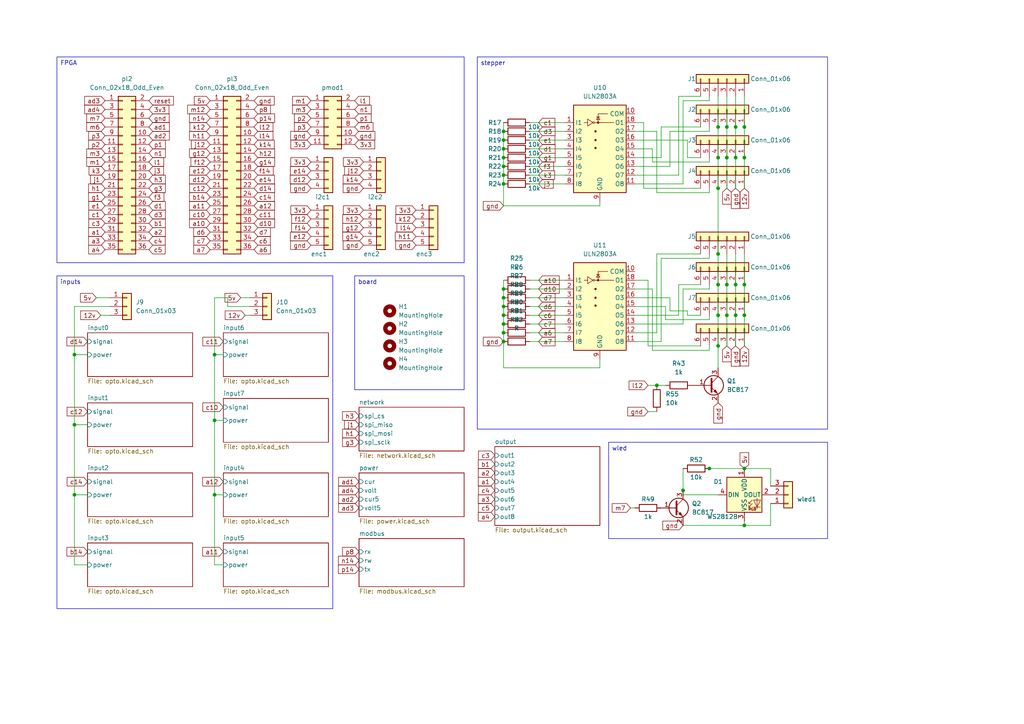
<source format=kicad_sch>
(kicad_sch (version 20230121) (generator eeschema)
  (paper "A4")
  (title_block (title "RIO-Octobot") (date "2024-06-27") (rev "0.1"))
  (junction (at 210.82 36.83))
  (junction (at 146.05 50.8))
  (junction (at 215.9 135.89))
  (junction (at 62.23 102.87))
  (junction (at 198.12 142.24))
  (junction (at 215.9 152.4))
  (junction (at 190.5 111.76))
  (junction (at 62.23 143.51))
  (junction (at 213.36 91.44))
  (junction (at 215.9 36.83))
  (junction (at 146.05 88.9))
  (junction (at 146.05 45.72))
  (junction (at 21.59 102.87))
  (junction (at 146.05 53.34))
  (junction (at 146.05 99.06))
  (junction (at 21.59 123.19))
  (junction (at 208.28 73.66))
  (junction (at 208.28 100.33))
  (junction (at 146.05 96.52))
  (junction (at 208.28 36.83))
  (junction (at 146.05 43.18))
  (junction (at 213.36 82.55))
  (junction (at 205.74 135.89))
  (junction (at 213.36 36.83))
  (junction (at 146.05 86.36))
  (junction (at 215.9 91.44))
  (junction (at 146.05 48.26))
  (junction (at 215.9 82.55))
  (junction (at 208.28 91.44))
  (junction (at 146.05 91.44))
  (junction (at 62.23 121.92))
  (junction (at 213.36 45.72))
  (junction (at 146.05 83.82))
  (junction (at 146.05 93.98))
  (junction (at 208.28 54.61))
  (junction (at 210.82 82.55))
  (junction (at 210.82 91.44))
  (junction (at 208.28 82.55))
  (junction (at 146.05 40.64))
  (junction (at 146.05 38.1))
  (junction (at 208.28 45.72))
  (junction (at 21.59 143.51))
  (junction (at 215.9 45.72))
  (junction (at 210.82 45.72))
  (wire (pts (xy 199.39 40.64) (xy 184.15 40.64)))
  (wire (pts (xy 72.39 91.44) (xy 71.12 91.44)))
  (wire (pts (xy 186.69 54.61) (xy 186.69 35.56)))
  (wire (pts (xy 198.12 93.98) (xy 198.12 83.82)))
  (wire (pts (xy 215.9 152.4) (xy 215.9 151.13)))
  (wire (pts (xy 146.05 86.36) (xy 146.05 88.9)))
  (wire (pts (xy 153.67 35.56) (xy 163.83 35.56)))
  (wire (pts (xy 62.23 143.51) (xy 64.77 143.51)))
  (wire (pts (xy 215.9 73.66) (xy 215.9 82.55)))
  (wire (pts (xy 191.77 99.06) (xy 191.77 74.93)))
  (wire (pts (xy 153.67 88.9) (xy 163.83 88.9)))
  (wire (pts (xy 194.31 86.36) (xy 194.31 90.17)))
  (wire (pts (xy 21.59 123.19) (xy 25.4 123.19)))
  (wire (pts (xy 187.96 119.38) (xy 190.5 119.38)))
  (wire (pts (xy 21.59 143.51) (xy 25.4 143.51)))
  (wire (pts (xy 146.05 91.44) (xy 146.05 93.98)))
  (wire (pts (xy 146.05 59.69) (xy 173.99 59.69)))
  (wire (pts (xy 205.74 101.6) (xy 205.74 100.33)))
  (wire (pts (xy 205.74 83.82) (xy 205.74 82.55)))
  (wire (pts (xy 189.23 43.18) (xy 189.23 46.99)))
  (wire (pts (xy 205.74 27.94) (xy 205.74 29.21)))
  (wire (pts (xy 203.2 100.33) (xy 187.96 100.33)))
  (wire (pts (xy 199.39 45.72) (xy 199.39 40.64)))
  (wire (pts (xy 215.9 27.94) (xy 215.9 36.83)))
  (wire (pts (xy 198.12 29.21) (xy 205.74 29.21)))
  (wire (pts (xy 205.74 46.99) (xy 205.74 45.72)))
  (wire (pts (xy 189.23 83.82) (xy 189.23 101.6)))
  (wire (pts (xy 190.5 38.1) (xy 190.5 55.88)))
  (wire (pts (xy 190.5 73.66) (xy 190.5 96.52)))
  (wire (pts (xy 213.36 91.44) (xy 213.36 100.33)))
  (wire (pts (xy 208.28 73.66) (xy 208.28 82.55)))
  (wire (pts (xy 146.05 93.98) (xy 146.05 96.52)))
  (wire (pts (xy 146.05 96.52) (xy 146.05 99.06)))
  (wire (pts (xy 213.36 36.83) (xy 213.36 45.72)))
  (wire (pts (xy 21.59 102.87) (xy 21.59 123.19)))
  (wire (pts (xy 153.67 96.52) (xy 163.83 96.52)))
  (wire (pts (xy 215.9 135.89) (xy 223.52 135.89)))
  (wire (pts (xy 62.23 163.83) (xy 64.77 163.83)))
  (wire (pts (xy 223.52 146.05) (xy 223.52 152.4)))
  (wire (pts (xy 190.5 96.52) (xy 184.15 96.52)))
  (wire (pts (xy 146.05 38.1) (xy 146.05 40.64)))
  (wire (pts (xy 210.82 73.66) (xy 210.82 82.55)))
  (wire (pts (xy 205.74 73.66) (xy 205.74 74.93)))
  (wire (pts (xy 21.59 143.51) (xy 21.59 163.83)))
  (wire (pts (xy 31.75 88.9) (xy 21.59 88.9)))
  (wire (pts (xy 184.15 88.9) (xy 193.04 88.9)))
  (wire (pts (xy 66.04 88.9) (xy 72.39 88.9)))
  (wire (pts (xy 184.15 91.44) (xy 196.85 91.44)))
  (wire (pts (xy 196.85 82.55) (xy 203.2 82.55)))
  (wire (pts (xy 210.82 82.55) (xy 210.82 91.44)))
  (wire (pts (xy 62.23 143.51) (xy 62.23 163.83)))
  (wire (pts (xy 208.28 27.94) (xy 208.28 36.83)))
  (wire (pts (xy 198.12 83.82) (xy 205.74 83.82)))
  (wire (pts (xy 198.12 143.51) (xy 198.12 142.24)))
  (wire (pts (xy 153.67 93.98) (xy 163.83 93.98)))
  (wire (pts (xy 184.15 147.32) (xy 182.88 147.32)))
  (wire (pts (xy 146.05 99.06) (xy 146.05 106.68)))
  (wire (pts (xy 153.67 53.34) (xy 163.83 53.34)))
  (wire (pts (xy 153.67 91.44) (xy 163.83 91.44)))
  (wire (pts (xy 153.67 43.18) (xy 163.83 43.18)))
  (wire (pts (xy 146.05 106.68) (xy 173.99 106.68)))
  (wire (pts (xy 62.23 102.87) (xy 64.77 102.87)))
  (wire (pts (xy 196.85 50.8) (xy 196.85 27.94)))
  (wire (pts (xy 203.2 45.72) (xy 199.39 45.72)))
  (wire (pts (xy 215.9 36.83) (xy 215.9 45.72)))
  (wire (pts (xy 186.69 35.56) (xy 184.15 35.56)))
  (wire (pts (xy 204.47 135.89) (xy 205.74 135.89)))
  (wire (pts (xy 62.23 86.36) (xy 66.04 86.36)))
  (wire (pts (xy 146.05 43.18) (xy 146.05 45.72)))
  (wire (pts (xy 146.05 48.26) (xy 146.05 50.8)))
  (wire (pts (xy 153.67 81.28) (xy 163.83 81.28)))
  (wire (pts (xy 208.28 143.51) (xy 198.12 143.51)))
  (wire (pts (xy 208.28 54.61) (xy 208.28 73.66)))
  (wire (pts (xy 191.77 147.32) (xy 190.5 147.32)))
  (wire (pts (xy 184.15 48.26) (xy 194.31 48.26)))
  (wire (pts (xy 146.05 35.56) (xy 146.05 38.1)))
  (wire (pts (xy 203.2 54.61) (xy 186.69 54.61)))
  (wire (pts (xy 208.28 91.44) (xy 208.28 100.33)))
  (wire (pts (xy 21.59 88.9) (xy 21.59 102.87)))
  (wire (pts (xy 223.52 135.89) (xy 223.52 140.97)))
  (wire (pts (xy 205.74 135.89) (xy 215.9 135.89)))
  (wire (pts (xy 205.74 38.1) (xy 205.74 36.83)))
  (wire (pts (xy 187.96 100.33) (xy 187.96 81.28)))
  (wire (pts (xy 189.23 101.6) (xy 205.74 101.6)))
  (wire (pts (xy 184.15 38.1) (xy 190.5 38.1)))
  (wire (pts (xy 213.36 82.55) (xy 213.36 91.44)))
  (wire (pts (xy 198.12 152.4) (xy 215.9 152.4)))
  (wire (pts (xy 194.31 90.17) (xy 199.39 90.17)))
  (wire (pts (xy 213.36 45.72) (xy 213.36 54.61)))
  (wire (pts (xy 189.23 46.99) (xy 205.74 46.99)))
  (wire (pts (xy 215.9 45.72) (xy 215.9 54.61)))
  (wire (pts (xy 153.67 86.36) (xy 163.83 86.36)))
  (wire (pts (xy 66.04 86.36) (xy 66.04 88.9)))
  (wire (pts (xy 173.99 59.69) (xy 173.99 58.42)))
  (wire (pts (xy 198.12 53.34) (xy 198.12 29.21)))
  (wire (pts (xy 210.82 27.94) (xy 210.82 36.83)))
  (wire (pts (xy 205.74 55.88) (xy 205.74 54.61)))
  (wire (pts (xy 208.28 82.55) (xy 208.28 91.44)))
  (wire (pts (xy 208.28 36.83) (xy 208.28 45.72)))
  (wire (pts (xy 208.28 45.72) (xy 208.28 54.61)))
  (wire (pts (xy 203.2 73.66) (xy 190.5 73.66)))
  (wire (pts (xy 196.85 27.94) (xy 203.2 27.94)))
  (wire (pts (xy 210.82 36.83) (xy 210.82 45.72)))
  (wire (pts (xy 193.04 88.9) (xy 193.04 92.71)))
  (wire (pts (xy 191.77 74.93) (xy 205.74 74.93)))
  (wire (pts (xy 194.31 38.1) (xy 205.74 38.1)))
  (wire (pts (xy 153.67 45.72) (xy 163.83 45.72)))
  (wire (pts (xy 215.9 82.55) (xy 215.9 91.44)))
  (wire (pts (xy 184.15 86.36) (xy 194.31 86.36)))
  (wire (pts (xy 31.75 91.44) (xy 29.21 91.44)))
  (wire (pts (xy 184.15 93.98) (xy 198.12 93.98)))
  (wire (pts (xy 184.15 45.72) (xy 191.77 45.72)))
  (wire (pts (xy 194.31 48.26) (xy 194.31 38.1)))
  (wire (pts (xy 153.67 38.1) (xy 163.83 38.1)))
  (wire (pts (xy 21.59 163.83) (xy 25.4 163.83)))
  (wire (pts (xy 184.15 83.82) (xy 189.23 83.82)))
  (wire (pts (xy 21.59 102.87) (xy 25.4 102.87)))
  (wire (pts (xy 184.15 43.18) (xy 189.23 43.18)))
  (wire (pts (xy 146.05 50.8) (xy 146.05 53.34)))
  (wire (pts (xy 146.05 83.82) (xy 146.05 86.36)))
  (wire (pts (xy 153.67 83.82) (xy 163.83 83.82)))
  (wire (pts (xy 62.23 121.92) (xy 62.23 143.51)))
  (wire (pts (xy 153.67 48.26) (xy 163.83 48.26)))
  (wire (pts (xy 146.05 88.9) (xy 146.05 91.44)))
  (wire (pts (xy 191.77 36.83) (xy 191.77 45.72)))
  (wire (pts (xy 62.23 86.36) (xy 62.23 102.87)))
  (wire (pts (xy 146.05 53.34) (xy 146.05 59.69)))
  (wire (pts (xy 210.82 45.72) (xy 210.82 54.61)))
  (wire (pts (xy 62.23 102.87) (xy 62.23 121.92)))
  (wire (pts (xy 153.67 99.06) (xy 163.83 99.06)))
  (wire (pts (xy 198.12 135.89) (xy 198.12 142.24)))
  (wire (pts (xy 213.36 27.94) (xy 213.36 36.83)))
  (wire (pts (xy 208.28 100.33) (xy 208.28 106.68)))
  (wire (pts (xy 62.23 121.92) (xy 64.77 121.92)))
  (wire (pts (xy 21.59 123.19) (xy 21.59 143.51)))
  (wire (pts (xy 196.85 91.44) (xy 196.85 82.55)))
  (wire (pts (xy 215.9 91.44) (xy 215.9 100.33)))
  (wire (pts (xy 153.67 50.8) (xy 163.83 50.8)))
  (wire (pts (xy 190.5 111.76) (xy 193.04 111.76)))
  (wire (pts (xy 146.05 81.28) (xy 146.05 83.82)))
  (wire (pts (xy 184.15 99.06) (xy 191.77 99.06)))
  (wire (pts (xy 199.39 91.44) (xy 203.2 91.44)))
  (wire (pts (xy 223.52 152.4) (xy 215.9 152.4)))
  (wire (pts (xy 146.05 45.72) (xy 146.05 48.26)))
  (wire (pts (xy 199.39 90.17) (xy 199.39 91.44)))
  (wire (pts (xy 205.74 92.71) (xy 205.74 91.44)))
  (wire (pts (xy 190.5 55.88) (xy 205.74 55.88)))
  (wire (pts (xy 173.99 106.68) (xy 173.99 104.14)))
  (wire (pts (xy 31.75 86.36) (xy 27.94 86.36)))
  (wire (pts (xy 193.04 92.71) (xy 205.74 92.71)))
  (wire (pts (xy 187.96 111.76) (xy 190.5 111.76)))
  (wire (pts (xy 146.05 40.64) (xy 146.05 43.18)))
  (wire (pts (xy 72.39 86.36) (xy 69.85 86.36)))
  (wire (pts (xy 210.82 91.44) (xy 210.82 100.33)))
  (wire (pts (xy 203.2 36.83) (xy 191.77 36.83)))
  (wire (pts (xy 184.15 53.34) (xy 198.12 53.34)))
  (wire (pts (xy 153.67 40.64) (xy 163.83 40.64)))
  (wire (pts (xy 213.36 73.66) (xy 213.36 82.55)))
  (wire (pts (xy 187.96 81.28) (xy 184.15 81.28)))
  (wire (pts (xy 184.15 50.8) (xy 196.85 50.8)))
  (text_box "board" (at 102.87 80.01 0) (size 31.75 33.02) (effects (font (size 1.27 1.27)) (justify left top)))
  (text_box "inputs" (at 16.51 80.01 0) (size 80.01 96.52) (effects (font (size 1.27 1.27)) (justify left top)))
  (text_box "wled" (at 176.53 128.27 0) (size 63.5 27.94) (effects (font (size 1.27 1.27)) (justify left top)))
  (text_box "FPGA" (at 16.51 16.51 0) (size 118.11 59.69) (effects (font (size 1.27 1.27)) (justify left top)))
  (text_box "stepper" (at 138.43 16.51 0) (size 101.6 107.95) (effects (font (size 1.27 1.27)) (justify left top)))
  (global_label "g3" (shape input) (at 43.18 54.61 0) (property "Intersheetrefs" "${INTERSHEET_REFS}" (effects hide)))
  (global_label "h11" (shape input) (at 60.96 39.37 180) (property "Intersheetrefs" "${INTERSHEET_REFS}" (effects hide)))
  (global_label "e1" (shape input) (at 156.21 40.64 0) (property "Intersheetrefs" "${INTERSHEET_REFS}" (effects hide)))
  (global_label "gnd" (shape input) (at 120.65 71.12 180) (property "Intersheetrefs" "${INTERSHEET_REFS}" (effects hide)))
  (global_label "a1" (shape input) (at 143.51 139.7 180) (property "Intersheetrefs" "${INTERSHEET_REFS}" (effects hide)))
  (global_label "gnd" (shape input) (at 105.41 54.61 180) (property "Intersheetrefs" "${INTERSHEET_REFS}" (effects hide)))
  (global_label "k12" (shape input) (at 120.65 63.5 180) (property "Intersheetrefs" "${INTERSHEET_REFS}" (effects hide)))
  (global_label "c6" (shape input) (at 73.66 69.85 0) (property "Intersheetrefs" "${INTERSHEET_REFS}" (effects hide)))
  (global_label "g12" (shape input) (at 60.96 44.45 180) (property "Intersheetrefs" "${INTERSHEET_REFS}" (effects hide)))
  (global_label "b1" (shape input) (at 143.51 134.62 180) (property "Intersheetrefs" "${INTERSHEET_REFS}" (effects hide)))
  (global_label "p1" (shape input) (at 43.18 41.91 0) (property "Intersheetrefs" "${INTERSHEET_REFS}" (effects hide)))
  (global_label "n14" (shape input) (at 104.14 162.56 180) (property "Intersheetrefs" "${INTERSHEET_REFS}" (effects hide)))
  (global_label "j3" (shape input) (at 156.21 53.34 0) (property "Intersheetrefs" "${INTERSHEET_REFS}" (effects hide)))
  (global_label "d14" (shape input) (at 73.66 54.61 0) (property "Intersheetrefs" "${INTERSHEET_REFS}" (effects hide)))
  (global_label "c12" (shape input) (at 25.4 119.38 180) (property "Intersheetrefs" "${INTERSHEET_REFS}" (effects hide)))
  (global_label "3v3" (shape input) (at 120.65 60.96 180) (property "Intersheetrefs" "${INTERSHEET_REFS}" (effects hide)))
  (global_label "c12" (shape input) (at 60.96 54.61 180) (property "Intersheetrefs" "${INTERSHEET_REFS}" (effects hide)))
  (global_label "a1" (shape input) (at 30.48 67.31 180) (property "Intersheetrefs" "${INTERSHEET_REFS}" (effects hide)))
  (global_label "l14" (shape input) (at 120.65 66.04 180) (property "Intersheetrefs" "${INTERSHEET_REFS}" (effects hide)))
  (global_label "a11" (shape input) (at 60.96 59.69 180) (property "Intersheetrefs" "${INTERSHEET_REFS}" (effects hide)))
  (global_label "c4" (shape input) (at 143.51 142.24 180) (property "Intersheetrefs" "${INTERSHEET_REFS}" (effects hide)))
  (global_label "k14" (shape input) (at 73.66 41.91 0) (property "Intersheetrefs" "${INTERSHEET_REFS}" (effects hide)))
  (global_label "d3" (shape input) (at 43.18 62.23 0) (property "Intersheetrefs" "${INTERSHEET_REFS}" (effects hide)))
  (global_label "a10" (shape input) (at 60.96 64.77 180) (property "Intersheetrefs" "${INTERSHEET_REFS}" (effects hide)))
  (global_label "m6" (shape input) (at 102.87 36.83 0) (property "Intersheetrefs" "${INTERSHEET_REFS}" (effects hide)))
  (global_label "5v" (shape input) (at 215.9 135.89 90) (property "Intersheetrefs" "${INTERSHEET_REFS}" (effects hide)))
  (global_label "j1" (shape input) (at 30.48 52.07 180) (property "Intersheetrefs" "${INTERSHEET_REFS}" (effects hide)))
  (global_label "3v3" (shape input) (at 90.17 60.96 180) (property "Intersheetrefs" "${INTERSHEET_REFS}" (effects hide)))
  (global_label "j12" (shape input) (at 105.41 49.53 180) (property "Intersheetrefs" "${INTERSHEET_REFS}" (effects hide)))
  (global_label "3v3" (shape input) (at 90.17 41.91 180) (property "Intersheetrefs" "${INTERSHEET_REFS}" (effects hide)))
  (global_label "a2" (shape input) (at 143.51 137.16 180) (property "Intersheetrefs" "${INTERSHEET_REFS}" (effects hide)))
  (global_label "c11" (shape input) (at 73.66 62.23 0) (property "Intersheetrefs" "${INTERSHEET_REFS}" (effects hide)))
  (global_label "b14" (shape input) (at 60.96 57.15 180) (property "Intersheetrefs" "${INTERSHEET_REFS}" (effects hide)))
  (global_label "e1" (shape input) (at 30.48 59.69 180) (property "Intersheetrefs" "${INTERSHEET_REFS}" (effects hide)))
  (global_label "j12" (shape input) (at 60.96 41.91 180) (property "Intersheetrefs" "${INTERSHEET_REFS}" (effects hide)))
  (global_label "12v" (shape input) (at 215.9 100.33 270) (property "Intersheetrefs" "${INTERSHEET_REFS}" (effects hide)))
  (global_label "n1" (shape input) (at 102.87 31.75 0) (property "Intersheetrefs" "${INTERSHEET_REFS}" (effects hide)))
  (global_label "h3" (shape input) (at 104.14 120.65 180) (property "Intersheetrefs" "${INTERSHEET_REFS}" (effects hide)))
  (global_label "d10" (shape input) (at 73.66 64.77 0) (property "Intersheetrefs" "${INTERSHEET_REFS}" (effects hide)))
  (global_label "e14" (shape input) (at 90.17 49.53 180) (property "Intersheetrefs" "${INTERSHEET_REFS}" (effects hide)))
  (global_label "a6" (shape input) (at 156.21 96.52 0) (property "Intersheetrefs" "${INTERSHEET_REFS}" (effects hide)))
  (global_label "c7" (shape input) (at 60.96 69.85 180) (property "Intersheetrefs" "${INTERSHEET_REFS}" (effects hide)))
  (global_label "5v" (shape input) (at 210.82 54.61 270) (property "Intersheetrefs" "${INTERSHEET_REFS}" (effects hide)))
  (global_label "b1" (shape input) (at 43.18 64.77 0) (property "Intersheetrefs" "${INTERSHEET_REFS}" (effects hide)))
  (global_label "j1" (shape input) (at 104.14 123.19 180) (property "Intersheetrefs" "${INTERSHEET_REFS}" (effects hide)))
  (global_label "f3" (shape input) (at 43.18 57.15 0) (property "Intersheetrefs" "${INTERSHEET_REFS}" (effects hide)))
  (global_label "l12" (shape input) (at 187.96 111.76 180) (property "Intersheetrefs" "${INTERSHEET_REFS}" (effects hide)))
  (global_label "c11" (shape input) (at 64.77 99.06 180) (property "Intersheetrefs" "${INTERSHEET_REFS}" (effects hide)))
  (global_label "g12" (shape input) (at 105.41 66.04 180) (property "Intersheetrefs" "${INTERSHEET_REFS}" (effects hide)))
  (global_label "d3" (shape input) (at 156.21 38.1 0) (property "Intersheetrefs" "${INTERSHEET_REFS}" (effects hide)))
  (global_label "k3" (shape input) (at 30.48 49.53 180) (property "Intersheetrefs" "${INTERSHEET_REFS}" (effects hide)))
  (global_label "3v3" (shape input) (at 102.87 41.91 0) (property "Intersheetrefs" "${INTERSHEET_REFS}" (effects hide)))
  (global_label "f14" (shape input) (at 90.17 66.04 180) (property "Intersheetrefs" "${INTERSHEET_REFS}" (effects hide)))
  (global_label "5v" (shape input) (at 69.85 86.36 180) (property "Intersheetrefs" "${INTERSHEET_REFS}" (effects hide)))
  (global_label "p14" (shape input) (at 104.14 165.1 180) (property "Intersheetrefs" "${INTERSHEET_REFS}" (effects hide)))
  (global_label "f12" (shape input) (at 90.17 63.5 180) (property "Intersheetrefs" "${INTERSHEET_REFS}" (effects hide)))
  (global_label "gnd" (shape input) (at 90.17 39.37 180) (property "Intersheetrefs" "${INTERSHEET_REFS}" (effects hide)))
  (global_label "m7" (shape input) (at 30.48 34.29 180) (property "Intersheetrefs" "${INTERSHEET_REFS}" (effects hide)))
  (global_label "3v3" (shape input) (at 105.41 60.96 180) (property "Intersheetrefs" "${INTERSHEET_REFS}" (effects hide)))
  (global_label "m7" (shape input) (at 182.88 147.32 180) (property "Intersheetrefs" "${INTERSHEET_REFS}" (effects hide)))
  (global_label "12v" (shape input) (at 215.9 54.61 270) (property "Intersheetrefs" "${INTERSHEET_REFS}" (effects hide)))
  (global_label "gnd" (shape input) (at 102.87 39.37 0) (property "Intersheetrefs" "${INTERSHEET_REFS}" (effects hide)))
  (global_label "c1" (shape input) (at 156.21 35.56 0) (property "Intersheetrefs" "${INTERSHEET_REFS}" (effects hide)))
  (global_label "h12" (shape input) (at 105.41 63.5 180) (property "Intersheetrefs" "${INTERSHEET_REFS}" (effects hide)))
  (global_label "ad3" (shape input) (at 104.14 147.32 180) (property "Intersheetrefs" "${INTERSHEET_REFS}" (effects hide)))
  (global_label "c14" (shape input) (at 25.4 139.7 180) (property "Intersheetrefs" "${INTERSHEET_REFS}" (effects hide)))
  (global_label "12v" (shape input) (at 29.21 91.44 180) (property "Intersheetrefs" "${INTERSHEET_REFS}" (effects hide)))
  (global_label "c5" (shape input) (at 43.18 72.39 0) (property "Intersheetrefs" "${INTERSHEET_REFS}" (effects hide)))
  (global_label "ad4" (shape input) (at 104.14 142.24 180) (property "Intersheetrefs" "${INTERSHEET_REFS}" (effects hide)))
  (global_label "ad4" (shape input) (at 30.48 31.75 180) (property "Intersheetrefs" "${INTERSHEET_REFS}" (effects hide)))
  (global_label "p14" (shape input) (at 73.66 34.29 0) (property "Intersheetrefs" "${INTERSHEET_REFS}" (effects hide)))
  (global_label "gnd" (shape input) (at 73.66 29.21 0) (property "Intersheetrefs" "${INTERSHEET_REFS}" (effects hide)))
  (global_label "p8" (shape input) (at 73.66 31.75 0) (property "Intersheetrefs" "${INTERSHEET_REFS}" (effects hide)))
  (global_label "a12" (shape input) (at 64.77 139.7 180) (property "Intersheetrefs" "${INTERSHEET_REFS}" (effects hide)))
  (global_label "d6" (shape input) (at 60.96 67.31 180) (property "Intersheetrefs" "${INTERSHEET_REFS}" (effects hide)))
  (global_label "g14" (shape input) (at 73.66 46.99 0) (property "Intersheetrefs" "${INTERSHEET_REFS}" (effects hide)))
  (global_label "c7" (shape input) (at 156.21 93.98 0) (property "Intersheetrefs" "${INTERSHEET_REFS}" (effects hide)))
  (global_label "j3" (shape input) (at 43.18 49.53 0) (property "Intersheetrefs" "${INTERSHEET_REFS}" (effects hide)))
  (global_label "p2" (shape input) (at 30.48 41.91 180) (property "Intersheetrefs" "${INTERSHEET_REFS}" (effects hide)))
  (global_label "ad2" (shape input) (at 43.18 39.37 0) (property "Intersheetrefs" "${INTERSHEET_REFS}" (effects hide)))
  (global_label "12v" (shape input) (at 71.12 91.44 180) (property "Intersheetrefs" "${INTERSHEET_REFS}" (effects hide)))
  (global_label "gnd" (shape input) (at 90.17 54.61 180) (property "Intersheetrefs" "${INTERSHEET_REFS}" (effects hide)))
  (global_label "a10" (shape input) (at 156.21 81.28 0) (property "Intersheetrefs" "${INTERSHEET_REFS}" (effects hide)))
  (global_label "p3" (shape input) (at 30.48 39.37 180) (property "Intersheetrefs" "${INTERSHEET_REFS}" (effects hide)))
  (global_label "k12" (shape input) (at 60.96 36.83 180) (property "Intersheetrefs" "${INTERSHEET_REFS}" (effects hide)))
  (global_label "c3" (shape input) (at 143.51 132.08 180) (property "Intersheetrefs" "${INTERSHEET_REFS}" (effects hide)))
  (global_label "p1" (shape input) (at 102.87 34.29 0) (property "Intersheetrefs" "${INTERSHEET_REFS}" (effects hide)))
  (global_label "3v3" (shape input) (at 43.18 31.75 0) (property "Intersheetrefs" "${INTERSHEET_REFS}" (effects hide)))
  (global_label "ad2" (shape input) (at 104.14 144.78 180) (property "Intersheetrefs" "${INTERSHEET_REFS}" (effects hide)))
  (global_label "gnd" (shape input) (at 213.36 54.61 270) (property "Intersheetrefs" "${INTERSHEET_REFS}" (effects hide)))
  (global_label "gnd" (shape input) (at 198.12 152.4 180) (property "Intersheetrefs" "${INTERSHEET_REFS}" (effects hide)))
  (global_label "gnd" (shape input) (at 146.05 99.06 180) (property "Intersheetrefs" "${INTERSHEET_REFS}" (effects hide)))
  (global_label "l12" (shape input) (at 73.66 36.83 0) (property "Intersheetrefs" "${INTERSHEET_REFS}" (effects hide)))
  (global_label "h12" (shape input) (at 73.66 44.45 0) (property "Intersheetrefs" "${INTERSHEET_REFS}" (effects hide)))
  (global_label "m3" (shape input) (at 30.48 44.45 180) (property "Intersheetrefs" "${INTERSHEET_REFS}" (effects hide)))
  (global_label "ad1" (shape input) (at 104.14 139.7 180) (property "Intersheetrefs" "${INTERSHEET_REFS}" (effects hide)))
  (global_label "a7" (shape input) (at 156.21 99.06 0) (property "Intersheetrefs" "${INTERSHEET_REFS}" (effects hide)))
  (global_label "h1" (shape input) (at 30.48 54.61 180) (property "Intersheetrefs" "${INTERSHEET_REFS}" (effects hide)))
  (global_label "gnd" (shape input) (at 43.18 34.29 0) (property "Intersheetrefs" "${INTERSHEET_REFS}" (effects hide)))
  (global_label "a7" (shape input) (at 60.96 72.39 180) (property "Intersheetrefs" "${INTERSHEET_REFS}" (effects hide)))
  (global_label "gnd" (shape input) (at 213.36 100.33 270) (property "Intersheetrefs" "${INTERSHEET_REFS}" (effects hide)))
  (global_label "f3" (shape input) (at 156.21 48.26 0) (property "Intersheetrefs" "${INTERSHEET_REFS}" (effects hide)))
  (global_label "h11" (shape input) (at 120.65 68.58 180) (property "Intersheetrefs" "${INTERSHEET_REFS}" (effects hide)))
  (global_label "m12" (shape input) (at 60.96 31.75 180) (property "Intersheetrefs" "${INTERSHEET_REFS}" (effects hide)))
  (global_label "3v3" (shape input) (at 105.41 46.99 180) (property "Intersheetrefs" "${INTERSHEET_REFS}" (effects hide)))
  (global_label "c3" (shape input) (at 30.48 64.77 180) (property "Intersheetrefs" "${INTERSHEET_REFS}" (effects hide)))
  (global_label "n1" (shape input) (at 43.18 44.45 0) (property "Intersheetrefs" "${INTERSHEET_REFS}" (effects hide)))
  (global_label "ad1" (shape input) (at 43.18 36.83 0) (property "Intersheetrefs" "${INTERSHEET_REFS}" (effects hide)))
  (global_label "5v" (shape input) (at 60.96 29.21 180) (property "Intersheetrefs" "${INTERSHEET_REFS}" (effects hide)))
  (global_label "p3" (shape input) (at 90.17 36.83 180) (property "Intersheetrefs" "${INTERSHEET_REFS}" (effects hide)))
  (global_label "d12" (shape input) (at 60.96 52.07 180) (property "Intersheetrefs" "${INTERSHEET_REFS}" (effects hide)))
  (global_label "k3" (shape input) (at 156.21 50.8 0) (property "Intersheetrefs" "${INTERSHEET_REFS}" (effects hide)))
  (global_label "a4" (shape input) (at 143.51 149.86 180) (property "Intersheetrefs" "${INTERSHEET_REFS}" (effects hide)))
  (global_label "l14" (shape input) (at 73.66 39.37 0) (property "Intersheetrefs" "${INTERSHEET_REFS}" (effects hide)))
  (global_label "c4" (shape input) (at 43.18 69.85 0) (property "Intersheetrefs" "${INTERSHEET_REFS}" (effects hide)))
  (global_label "l1" (shape input) (at 43.18 46.99 0) (property "Intersheetrefs" "${INTERSHEET_REFS}" (effects hide)))
  (global_label "a6" (shape input) (at 73.66 72.39 0) (property "Intersheetrefs" "${INTERSHEET_REFS}" (effects hide)))
  (global_label "d14" (shape input) (at 25.4 99.06 180) (property "Intersheetrefs" "${INTERSHEET_REFS}" (effects hide)))
  (global_label "gnd" (shape input) (at 105.41 71.12 180) (property "Intersheetrefs" "${INTERSHEET_REFS}" (effects hide)))
  (global_label "k14" (shape input) (at 105.41 52.07 180) (property "Intersheetrefs" "${INTERSHEET_REFS}" (effects hide)))
  (global_label "b14" (shape input) (at 25.4 160.02 180) (property "Intersheetrefs" "${INTERSHEET_REFS}" (effects hide)))
  (global_label "c10" (shape input) (at 60.96 62.23 180) (property "Intersheetrefs" "${INTERSHEET_REFS}" (effects hide)))
  (global_label "f12" (shape input) (at 60.96 46.99 180) (property "Intersheetrefs" "${INTERSHEET_REFS}" (effects hide)))
  (global_label "n14" (shape input) (at 60.96 34.29 180) (property "Intersheetrefs" "${INTERSHEET_REFS}" (effects hide)))
  (global_label "d1" (shape input) (at 156.21 43.18 0) (property "Intersheetrefs" "${INTERSHEET_REFS}" (effects hide)))
  (global_label "h3" (shape input) (at 43.18 52.07 0) (property "Intersheetrefs" "${INTERSHEET_REFS}" (effects hide)))
  (global_label "e12" (shape input) (at 90.17 68.58 180) (property "Intersheetrefs" "${INTERSHEET_REFS}" (effects hide)))
  (global_label "e12" (shape input) (at 60.96 49.53 180) (property "Intersheetrefs" "${INTERSHEET_REFS}" (effects hide)))
  (global_label "reset" (shape input) (at 43.18 29.21 0) (property "Intersheetrefs" "${INTERSHEET_REFS}" (effects hide)))
  (global_label "a2" (shape input) (at 43.18 67.31 0) (property "Intersheetrefs" "${INTERSHEET_REFS}" (effects hide)))
  (global_label "l1" (shape input) (at 102.87 29.21 0) (property "Intersheetrefs" "${INTERSHEET_REFS}" (effects hide)))
  (global_label "a11" (shape input) (at 64.77 160.02 180) (property "Intersheetrefs" "${INTERSHEET_REFS}" (effects hide)))
  (global_label "a12" (shape input) (at 73.66 59.69 0) (property "Intersheetrefs" "${INTERSHEET_REFS}" (effects hide)))
  (global_label "gnd" (shape input) (at 187.96 119.38 180) (property "Intersheetrefs" "${INTERSHEET_REFS}" (effects hide)))
  (global_label "h1" (shape input) (at 104.14 125.73 180) (property "Intersheetrefs" "${INTERSHEET_REFS}" (effects hide)))
  (global_label "c5" (shape input) (at 143.51 147.32 180) (property "Intersheetrefs" "${INTERSHEET_REFS}" (effects hide)))
  (global_label "gnd" (shape input) (at 90.17 71.12 180) (property "Intersheetrefs" "${INTERSHEET_REFS}" (effects hide)))
  (global_label "m1" (shape input) (at 30.48 46.99 180) (property "Intersheetrefs" "${INTERSHEET_REFS}" (effects hide)))
  (global_label "d12" (shape input) (at 90.17 52.07 180) (property "Intersheetrefs" "${INTERSHEET_REFS}" (effects hide)))
  (global_label "d1" (shape input) (at 43.18 59.69 0) (property "Intersheetrefs" "${INTERSHEET_REFS}" (effects hide)))
  (global_label "m6" (shape input) (at 30.48 36.83 180) (property "Intersheetrefs" "${INTERSHEET_REFS}" (effects hide)))
  (global_label "gnd" (shape input) (at 146.05 59.69 180) (property "Intersheetrefs" "${INTERSHEET_REFS}" (effects hide)))
  (global_label "g14" (shape input) (at 105.41 68.58 180) (property "Intersheetrefs" "${INTERSHEET_REFS}" (effects hide)))
  (global_label "d6" (shape input) (at 156.21 88.9 0) (property "Intersheetrefs" "${INTERSHEET_REFS}" (effects hide)))
  (global_label "d7" (shape input) (at 156.21 86.36 0) (property "Intersheetrefs" "${INTERSHEET_REFS}" (effects hide)))
  (global_label "g1" (shape input) (at 30.48 57.15 180) (property "Intersheetrefs" "${INTERSHEET_REFS}" (effects hide)))
  (global_label "d7" (shape input) (at 73.66 67.31 0) (property "Intersheetrefs" "${INTERSHEET_REFS}" (effects hide)))
  (global_label "f14" (shape input) (at 73.66 49.53 0) (property "Intersheetrefs" "${INTERSHEET_REFS}" (effects hide)))
  (global_label "e14" (shape input) (at 73.66 52.07 0) (property "Intersheetrefs" "${INTERSHEET_REFS}" (effects hide)))
  (global_label "c1" (shape input) (at 30.48 62.23 180) (property "Intersheetrefs" "${INTERSHEET_REFS}" (effects hide)))
  (global_label "5v" (shape input) (at 27.94 86.36 180) (property "Intersheetrefs" "${INTERSHEET_REFS}" (effects hide)))
  (global_label "m1" (shape input) (at 90.17 29.21 180) (property "Intersheetrefs" "${INTERSHEET_REFS}" (effects hide)))
  (global_label "c10" (shape input) (at 64.77 118.11 180) (property "Intersheetrefs" "${INTERSHEET_REFS}" (effects hide)))
  (global_label "5v" (shape input) (at 210.82 100.33 270) (property "Intersheetrefs" "${INTERSHEET_REFS}" (effects hide)))
  (global_label "p8" (shape input) (at 104.14 160.02 180) (property "Intersheetrefs" "${INTERSHEET_REFS}" (effects hide)))
  (global_label "gnd" (shape input) (at 208.28 116.84 270) (property "Intersheetrefs" "${INTERSHEET_REFS}" (effects hide)))
  (global_label "ad3" (shape input) (at 30.48 29.21 180) (property "Intersheetrefs" "${INTERSHEET_REFS}" (effects hide)))
  (global_label "c6" (shape input) (at 156.21 91.44 0) (property "Intersheetrefs" "${INTERSHEET_REFS}" (effects hide)))
  (global_label "m3" (shape input) (at 90.17 31.75 180) (property "Intersheetrefs" "${INTERSHEET_REFS}" (effects hide)))
  (global_label "d10" (shape input) (at 156.21 83.82 0) (property "Intersheetrefs" "${INTERSHEET_REFS}" (effects hide)))
  (global_label "g3" (shape input) (at 104.14 128.27 180) (property "Intersheetrefs" "${INTERSHEET_REFS}" (effects hide)))
  (global_label "a4" (shape input) (at 30.48 72.39 180) (property "Intersheetrefs" "${INTERSHEET_REFS}" (effects hide)))
  (global_label "a3" (shape input) (at 143.51 144.78 180) (property "Intersheetrefs" "${INTERSHEET_REFS}" (effects hide)))
  (global_label "a3" (shape input) (at 30.48 69.85 180) (property "Intersheetrefs" "${INTERSHEET_REFS}" (effects hide)))
  (global_label "3v3" (shape input) (at 90.17 46.99 180) (property "Intersheetrefs" "${INTERSHEET_REFS}" (effects hide)))
  (global_label "c14" (shape input) (at 73.66 57.15 0) (property "Intersheetrefs" "${INTERSHEET_REFS}" (effects hide)))
  (global_label "p2" (shape input) (at 90.17 34.29 180) (property "Intersheetrefs" "${INTERSHEET_REFS}" (effects hide)))
  (global_label "g1" (shape input) (at 156.21 45.72 0) (property "Intersheetrefs" "${INTERSHEET_REFS}" (effects hide)))
  (symbol (lib_id "Device:R") (at 149.86 96.52 90) (unit 1)
    (property "Reference" "R31" (at 149.86 90.17 90))
    (property "Value" "R" (at 149.86 92.71 90))
    (property "Footprint" "Resistor_SMD:R_1206_3216Metric" (effects hide))
  )
  (symbol (lib_id "Transistor_BJT:BC817") (at 205.74 111.76 0) (unit 1)
    (property "Reference" "Q1" (at 210.82 110.49 0) (effects (justify left)))
    (property "Value" "BC817" (at 210.82 113.03 0) (effects (justify left)))
    (property "Footprint" "Package_TO_SOT_SMD:SOT-23" (effects hide))
    (property "Datasheet" "https://www.onsemi.com/pub/Collateral/BC818-D.pdf" (effects hide))
  )
  (symbol (lib_id "Connector_Generic:Conn_01x06") (at 210.82 68.58 270) (mirror x) (unit 1)
    (property "Reference" "J5" (at 200.66 68.58 90))
    (property "Value" "Conn_01x06" (at 223.52 68.58 90))
    (property "Footprint" "Connector_JST:JST_XH_B6B-XH-A_1x06_P2.50mm_Vertical" (effects hide))
  )
  (symbol (lib_id "Device:R") (at 149.86 45.72 90) (unit 1)
    (property "Reference" "R21" (at 143.51 45.72 90))
    (property "Value" "10k" (at 154.94 46.99 90))
    (property "Footprint" "Resistor_SMD:R_1206_3216Metric" (effects hide))
  )
  (symbol (lib_id "Mechanical:MountingHole") (at 113.03 100.33 0) (unit 1)
    (property "Reference" "H3" (at 115.57 99.06 0) (effects (justify left)))
    (property "Value" "MountingHole" (at 115.57 101.6 0) (effects (justify left)))
    (property "Footprint" "MountingHole:MountingHole_3.2mm_M3_DIN965_Pad_TopBottom" (effects hide))
  )
  (symbol (lib_id "Device:R") (at 149.86 38.1 90) (unit 1)
    (property "Reference" "R18" (at 143.51 38.1 90))
    (property "Value" "10k" (at 154.94 39.37 90))
    (property "Footprint" "Resistor_SMD:R_1206_3216Metric" (effects hide))
  )
  (symbol (lib_id "Device:R") (at 149.86 50.8 90) (unit 1)
    (property "Reference" "R23" (at 143.51 50.8 90))
    (property "Value" "10k" (at 154.94 52.07 90))
    (property "Footprint" "Resistor_SMD:R_1206_3216Metric" (effects hide))
  )
  (symbol (lib_id "Connector_Generic:Conn_01x06") (at 210.82 49.53 270) (mirror x) (unit 1)
    (property "Reference" "J4" (at 200.66 49.53 90))
    (property "Value" "Conn_01x06" (at 223.52 49.53 90))
    (property "Footprint" "Connector_JST:JST_XH_B6B-XH-A_1x06_P2.50mm_Vertical" (effects hide))
  )
  (symbol (lib_id "Mechanical:MountingHole") (at 113.03 105.41 0) (unit 1)
    (property "Reference" "H4" (at 115.57 104.14 0) (effects (justify left)))
    (property "Value" "MountingHole" (at 115.57 106.68 0) (effects (justify left)))
    (property "Footprint" "MountingHole:MountingHole_3.2mm_M3_DIN965_Pad_TopBottom" (effects hide))
  )
  (symbol (lib_id "Connector_Generic:Conn_01x06") (at 210.82 22.86 270) (mirror x) (unit 1)
    (property "Reference" "J1" (at 200.66 22.86 90))
    (property "Value" "Conn_01x06" (at 223.52 22.86 90))
    (property "Footprint" "Connector_JST:JST_XH_B6B-XH-A_1x06_P2.50mm_Vertical" (effects hide))
  )
  (symbol (lib_id "Transistor_BJT:BC817") (at 195.58 147.32 0) (unit 1)
    (property "Reference" "Q2" (at 200.66 146.05 0) (effects (justify left)))
    (property "Value" "BC817" (at 200.66 148.59 0) (effects (justify left)))
    (property "Footprint" "Package_TO_SOT_SMD:SOT-23" (effects hide))
    (property "Datasheet" "https://www.onsemi.com/pub/Collateral/BC818-D.pdf" (effects hide))
  )
  (symbol (lib_id "Connector_Generic:Conn_01x06") (at 210.82 77.47 270) (mirror x) (unit 1)
    (property "Reference" "J6" (at 200.66 77.47 90))
    (property "Value" "Conn_01x06" (at 223.52 77.47 90))
    (property "Footprint" "Connector_JST:JST_XH_B6B-XH-A_1x06_P2.50mm_Vertical" (effects hide))
  )
  (symbol (lib_id "Device:R") (at 149.86 53.34 90) (unit 1)
    (property "Reference" "R24" (at 143.51 53.34 90))
    (property "Value" "10k" (at 154.94 54.61 90))
    (property "Footprint" "Resistor_SMD:R_1206_3216Metric" (effects hide))
  )
  (symbol (lib_id "Connector_Generic:Conn_01x04") (at 110.49 49.53 0) (unit 1)
    (property "Reference" "i2c2" (at 106.68 57.15 0) (effects (justify left)))
    (property "Value" "Conn_01x04" (effects hide))
    (property "Footprint" "Connector_JST:JST_XH_B4B-XH-A_1x04_P2.50mm_Vertical" (effects hide))
  )
  (symbol (lib_id "Device:R") (at 149.86 91.44 90) (unit 1)
    (property "Reference" "R29" (at 149.86 85.09 90))
    (property "Value" "R" (at 149.86 87.63 90))
    (property "Footprint" "Resistor_SMD:R_1206_3216Metric" (effects hide))
  )
  (symbol (lib_id "Device:R") (at 149.86 93.98 90) (unit 1)
    (property "Reference" "R30" (at 149.86 87.63 90))
    (property "Value" "R" (at 149.86 90.17 90))
    (property "Footprint" "Resistor_SMD:R_1206_3216Metric" (effects hide))
  )
  (symbol (lib_id "Mechanical:MountingHole") (at 113.03 95.25 0) (unit 1)
    (property "Reference" "H2" (at 115.57 93.98 0) (effects (justify left)))
    (property "Value" "MountingHole" (at 115.57 96.52 0) (effects (justify left)))
    (property "Footprint" "MountingHole:MountingHole_3.2mm_M3_DIN965_Pad_TopBottom" (effects hide))
  )
  (symbol (lib_id "Device:R") (at 149.86 99.06 90) (unit 1)
    (property "Reference" "R32" (at 149.86 92.71 90))
    (property "Value" "R" (at 149.86 95.25 90))
    (property "Footprint" "Resistor_SMD:R_1206_3216Metric" (effects hide))
  )
  (symbol (lib_id "Device:R") (at 149.86 43.18 90) (unit 1)
    (property "Reference" "R20" (at 143.51 43.18 90))
    (property "Value" "10k" (at 154.94 44.45 90))
    (property "Footprint" "Resistor_SMD:R_1206_3216Metric" (effects hide))
  )
  (symbol (lib_id "Connector_Generic:Conn_02x06_Odd_Even") (at 95.25 34.29 0) (unit 1)
    (property "Reference" "pmod1" (at 96.52 25.4 0))
    (property "Value" "Conn_02x06_Odd_Even" (effects hide))
    (property "Footprint" "Connector_PinHeader_2.54mm:PinHeader_2x06_P2.54mm_Vertical" (effects hide))
  )
  (symbol (lib_id "Device:R") (at 149.86 40.64 90) (unit 1)
    (property "Reference" "R19" (at 143.51 40.64 90))
    (property "Value" "10k" (at 154.94 41.91 90))
    (property "Footprint" "Resistor_SMD:R_1206_3216Metric" (effects hide))
  )
  (symbol (lib_id "Connector_Generic:Conn_02x18_Odd_Even") (at 66.04 49.53 0) (unit 1)
    (property "Reference" "pl3" (at 67.31 22.86 0))
    (property "Value" "Conn_02x18_Odd_Even" (at 67.31 25.4 0))
    (property "Footprint" "Connector_PinSocket_2.00mm:PinSocket_2x18_P2.00mm_Vertical" (effects hide))
  )
  (symbol (lib_id "Device:R") (at 149.86 81.28 90) (unit 1)
    (property "Reference" "R25" (at 149.86 74.93 90))
    (property "Value" "R" (at 149.86 77.47 90))
    (property "Footprint" "Resistor_SMD:R_1206_3216Metric" (effects hide))
  )
  (symbol (lib_id "Connector_Generic:Conn_01x06") (at 210.82 31.75 270) (mirror x) (unit 1)
    (property "Reference" "J2" (at 200.66 31.75 90))
    (property "Value" "Conn_01x06" (at 223.52 31.75 90))
    (property "Footprint" "Connector_JST:JST_XH_B6B-XH-A_1x06_P2.50mm_Vertical" (effects hide))
  )
  (symbol (lib_id "Device:R") (at 149.86 86.36 90) (unit 1)
    (property "Reference" "R27" (at 149.86 80.01 90))
    (property "Value" "R" (at 149.86 82.55 90))
    (property "Footprint" "Resistor_SMD:R_1206_3216Metric" (effects hide))
  )
  (symbol (lib_id "Device:R") (at 149.86 48.26 90) (unit 1)
    (property "Reference" "R22" (at 143.51 48.26 90))
    (property "Value" "10k" (at 154.94 49.53 90))
    (property "Footprint" "Resistor_SMD:R_1206_3216Metric" (effects hide))
  )
  (symbol (lib_id "Mechanical:MountingHole") (at 113.03 90.17 0) (unit 1)
    (property "Reference" "H1" (at 115.57 88.9 0) (effects (justify left)))
    (property "Value" "MountingHole" (at 115.57 91.44 0) (effects (justify left)))
    (property "Footprint" "MountingHole:MountingHole_3.2mm_M3_DIN965_Pad_TopBottom" (effects hide))
  )
  (symbol (lib_id "Connector_Generic:Conn_01x05") (at 95.25 66.04 0) (unit 1)
    (property "Reference" "enc1" (at 90.17 73.66 0) (effects (justify left)))
    (property "Value" "Conn_01x05" (effects hide))
    (property "Footprint" "Connector_JST:JST_XH_B5B-XH-A_1x05_P2.50mm_Vertical" (effects hide))
  )
  (symbol (lib_id "Connector_Generic:Conn_01x05") (at 110.49 66.04 0) (unit 1)
    (property "Reference" "enc2" (at 105.41 73.66 0) (effects (justify left)))
    (property "Value" "Conn_01x05" (effects hide))
    (property "Footprint" "Connector_JST:JST_XH_B5B-XH-A_1x05_P2.50mm_Vertical" (effects hide))
  )
  (symbol (lib_id "Device:R") (at 196.85 111.76 90) (unit 1)
    (property "Reference" "R43" (at 196.85 105.41 90))
    (property "Value" "1k" (at 196.85 107.95 90))
    (property "Footprint" "Resistor_SMD:R_1206_3216Metric" (effects hide))
  )
  (symbol (lib_id "Device:R") (at 201.93 135.89 90) (unit 1)
    (property "Reference" "R52" (at 201.93 133.35 90))
    (property "Value" "10k" (at 201.93 138.43 90))
    (property "Footprint" "Resistor_SMD:R_1206_3216Metric" (effects hide))
  )
  (symbol (lib_id "Connector_Generic:Conn_02x18_Odd_Even") (at 35.56 49.53 0) (unit 1)
    (property "Reference" "pl2" (at 36.83 22.86 0))
    (property "Value" "Conn_02x18_Odd_Even" (at 36.83 25.4 0))
    (property "Footprint" "Connector_PinSocket_2.00mm:PinSocket_2x18_P2.00mm_Vertical" (effects hide))
  )
  (symbol (lib_id "LED:WS2812B") (at 215.9 143.51 0) (unit 1)
    (property "Reference" "D1" (at 208.28 139.7 0))
    (property "Value" "WS2812B" (at 209.55 149.86 0))
    (property "Footprint" "LED_SMD:LED_WS2812B_PLCC4_5.0x5.0mm_P3.2mm" (effects hide))
    (property "Datasheet" "https://cdn-shop.adafruit.com/datasheets/WS2812B.pdf" (effects hide))
  )
  (symbol (lib_id "Connector_Generic:Conn_01x06") (at 210.82 40.64 270) (mirror x) (unit 1)
    (property "Reference" "J3" (at 200.66 40.64 90))
    (property "Value" "Conn_01x06" (at 223.52 40.64 90))
    (property "Footprint" "Connector_JST:JST_XH_B6B-XH-A_1x06_P2.50mm_Vertical" (effects hide))
  )
  (symbol (lib_id "Device:R") (at 187.96 147.32 90) (unit 1)
    (property "Reference" "R49" (at 187.96 144.78 90))
    (property "Value" "1k" (at 187.96 149.86 90))
    (property "Footprint" "Resistor_SMD:R_1206_3216Metric" (effects hide))
  )
  (symbol (lib_id "Connector_Generic:Conn_01x03") (at 77.47 88.9 0) (unit 1)
    (property "Reference" "J10" (at 80.01 87.63 0) (effects (justify left)))
    (property "Value" "Conn_01x03" (at 80.01 90.17 0) (effects (justify left)))
    (property "Footprint" "Connector_PinHeader_2.54mm:PinHeader_1x03_P2.54mm_Vertical" (effects hide))
  )
  (symbol (lib_id "Transistor_Array:ULN2803A") (at 173.99 40.64 0) (unit 1)
    (property "Reference" "U10" (at 173.99 25.4 0))
    (property "Value" "ULN2803A" (at 173.99 27.94 0))
    (property "Footprint" "Package_SO:SOIC-18W_7.5x11.6mm_P1.27mm" (effects hide))
    (property "Datasheet" "http://www.ti.com/lit/ds/symlink/uln2803a.pdf" (effects hide))
  )
  (symbol (lib_id "Device:R") (at 190.5 115.57 180) (unit 1)
    (property "Reference" "R55" (at 193.04 114.3 0) (effects (justify right)))
    (property "Value" "10k" (at 193.04 116.84 0) (effects (justify right)))
    (property "Footprint" "Resistor_SMD:R_1206_3216Metric" (effects hide))
  )
  (symbol (lib_id "Connector_Generic:Conn_01x03") (at 228.6 143.51 0) (mirror x) (unit 1)
    (property "Reference" "wled1" (at 231.14 144.78 0) (effects (justify left)))
    (property "Value" "Conn_01x03" (effects hide))
    (property "Footprint" "Connector_JST:JST_XH_B3B-XH-A_1x03_P2.50mm_Vertical" (effects hide))
  )
  (symbol (lib_id "Device:R") (at 149.86 88.9 90) (unit 1)
    (property "Reference" "R28" (at 149.86 82.55 90))
    (property "Value" "R" (at 149.86 85.09 90))
    (property "Footprint" "Resistor_SMD:R_1206_3216Metric" (effects hide))
  )
  (symbol (lib_id "Connector_Generic:Conn_01x06") (at 210.82 95.25 270) (mirror x) (unit 1)
    (property "Reference" "J8" (effects hide))
    (property "Value" "Conn_01x06" (at 223.52 95.25 90))
    (property "Footprint" "Connector_JST:JST_XH_B6B-XH-A_1x06_P2.50mm_Vertical" (effects hide))
  )
  (symbol (lib_id "Connector_Generic:Conn_01x05") (at 125.73 66.04 0) (unit 1)
    (property "Reference" "enc3" (at 120.65 73.66 0) (effects (justify left)))
    (property "Value" "Conn_01x05" (effects hide))
    (property "Footprint" "Connector_JST:JST_XH_B5B-XH-A_1x05_P2.50mm_Vertical" (effects hide))
  )
  (symbol (lib_id "Connector_Generic:Conn_01x04") (at 95.25 49.53 0) (unit 1)
    (property "Reference" "i2c1" (at 91.44 57.15 0) (effects (justify left)))
    (property "Value" "Conn_01x04" (effects hide))
    (property "Footprint" "Connector_JST:JST_XH_B4B-XH-A_1x04_P2.50mm_Vertical" (effects hide))
  )
  (symbol (lib_id "Connector_Generic:Conn_01x06") (at 210.82 86.36 270) (mirror x) (unit 1)
    (property "Reference" "J7" (at 200.66 86.36 90))
    (property "Value" "Conn_01x06" (at 223.52 86.36 90))
    (property "Footprint" "Connector_JST:JST_XH_B6B-XH-A_1x06_P2.50mm_Vertical" (effects hide))
  )
  (symbol (lib_id "Device:R") (at 149.86 83.82 90) (unit 1)
    (property "Reference" "R26" (at 149.86 77.47 90))
    (property "Value" "R" (at 149.86 80.01 90))
    (property "Footprint" "Resistor_SMD:R_1206_3216Metric" (effects hide))
  )
  (symbol (lib_id "Device:R") (at 149.86 35.56 90) (unit 1)
    (property "Reference" "R17" (at 143.51 35.56 90))
    (property "Value" "10k" (at 154.94 36.83 90))
    (property "Footprint" "Resistor_SMD:R_1206_3216Metric" (effects hide))
  )
  (symbol (lib_id "Transistor_Array:ULN2803A") (at 173.99 86.36 0) (unit 1)
    (property "Reference" "U11" (at 173.99 71.12 0))
    (property "Value" "ULN2803A" (at 173.99 73.66 0))
    (property "Footprint" "Package_SO:SOIC-18W_7.5x11.6mm_P1.27mm" (effects hide))
    (property "Datasheet" "http://www.ti.com/lit/ds/symlink/uln2803a.pdf" (effects hide))
  )
  (symbol (lib_id "Connector_Generic:Conn_01x03") (at 36.83 88.9 0) (unit 1)
    (property "Reference" "J9" (at 39.37 87.63 0) (effects (justify left)))
    (property "Value" "Conn_01x03" (at 39.37 90.17 0) (effects (justify left)))
    (property "Footprint" "Connector_PinHeader_2.54mm:PinHeader_1x03_P2.54mm_Vertical" (effects hide))
  )
  (sheet (at 25.4 137.16) (size 30.48 12.7) (stroke (width 0.1524))
    (property "Sheetname" "input2" (at 25.4 136.4484 0) (effects (justify left bottom)))
    (property "Sheetfile" "opto.kicad_sch" (at 25.4 150.4446 0) (effects (justify left top)))
    (pin "signal" input (at 25.4 139.7 180))
    (pin "power" input (at 25.4 143.51 180))
  )
  (sheet (at 64.77 96.52) (size 30.48 12.7) (stroke (width 0.1524))
    (property "Sheetname" "input6" (at 64.77 95.8084 0) (effects (justify left bottom)))
    (property "Sheetfile" "opto.kicad_sch" (at 64.77 109.8046 0) (effects (justify left top)))
    (pin "signal" input (at 64.77 99.06 180))
    (pin "power" input (at 64.77 102.87 180))
  )
  (sheet (at 143.51 129.54) (size 30.48 22.86) (stroke (width 0.1524))
    (property "Sheetname" "output" (at 143.51 128.8284 0) (effects (justify left bottom)))
    (property "Sheetfile" "output.kicad_sch" (at 143.51 152.9846 0) (effects (justify left top)))
    (pin "out1" input (at 143.51 132.08 180))
    (pin "out2" input (at 143.51 134.62 180))
    (pin "out6" input (at 143.51 144.78 180))
    (pin "out7" input (at 143.51 147.32 180))
    (pin "out8" input (at 143.51 149.86 180))
    (pin "out5" input (at 143.51 142.24 180))
    (pin "out3" input (at 143.51 137.16 180))
    (pin "out4" input (at 143.51 139.7 180))
  )
  (sheet (at 104.14 137.16) (size 30.48 12.7) (stroke (width 0.1524))
    (property "Sheetname" "power" (at 104.14 136.4484 0) (effects (justify left bottom)))
    (property "Sheetfile" "power.kicad_sch" (at 104.14 150.4446 0) (effects (justify left top)))
    (pin "cur" input (at 104.14 139.7 180))
    (pin "volt" input (at 104.14 142.24 180))
    (pin "volt5" input (at 104.14 147.32 180))
    (pin "cur5" input (at 104.14 144.78 180))
  )
  (sheet (at 64.77 157.48) (size 30.48 12.7) (stroke (width 0.1524))
    (property "Sheetname" "input5" (at 64.77 156.7684 0) (effects (justify left bottom)))
    (property "Sheetfile" "opto.kicad_sch" (at 64.77 170.7646 0) (effects (justify left top)))
    (pin "signal" input (at 64.77 160.02 180))
    (pin "power" input (at 64.77 163.83 180))
  )
  (sheet (at 64.77 115.57) (size 30.48 12.7) (stroke (width 0.1524))
    (property "Sheetname" "input7" (at 64.77 114.8584 0) (effects (justify left bottom)))
    (property "Sheetfile" "opto.kicad_sch" (at 64.77 128.8546 0) (effects (justify left top)))
    (pin "signal" input (at 64.77 118.11 180))
    (pin "power" input (at 64.77 121.92 180))
  )
  (sheet (at 25.4 157.48) (size 30.48 12.7) (stroke (width 0.1524))
    (property "Sheetname" "input3" (at 25.4 156.7684 0) (effects (justify left bottom)))
    (property "Sheetfile" "opto.kicad_sch" (at 25.4 170.7646 0) (effects (justify left top)))
    (pin "signal" input (at 25.4 160.02 180))
    (pin "power" input (at 25.4 163.83 180))
  )
  (sheet (at 104.14 156.21) (size 30.48 13.97) (stroke (width 0.1524))
    (property "Sheetname" "modbus" (at 104.14 155.4984 0) (effects (justify left bottom)))
    (property "Sheetfile" "modbus.kicad_sch" (at 104.14 170.7646 0) (effects (justify left top)))
    (pin "rx" input (at 104.14 160.02 180))
    (pin "rw" input (at 104.14 162.56 180))
    (pin "tx" input (at 104.14 165.1 180))
  )
  (sheet (at 64.77 137.16) (size 30.48 12.7) (stroke (width 0.1524))
    (property "Sheetname" "input4" (at 64.77 136.4484 0) (effects (justify left bottom)))
    (property "Sheetfile" "opto.kicad_sch" (at 64.77 150.4446 0) (effects (justify left top)))
    (pin "signal" input (at 64.77 139.7 180))
    (pin "power" input (at 64.77 143.51 180))
  )
  (sheet (at 25.4 116.84) (size 30.48 12.7) (stroke (width 0.1524))
    (property "Sheetname" "input1" (at 25.4 116.1284 0) (effects (justify left bottom)))
    (property "Sheetfile" "opto.kicad_sch" (at 25.4 130.1246 0) (effects (justify left top)))
    (pin "signal" input (at 25.4 119.38 180))
    (pin "power" input (at 25.4 123.19 180))
  )
  (sheet (at 25.4 96.52) (size 30.48 12.7) (stroke (width 0.1524))
    (property "Sheetname" "input0" (at 25.4 95.8084 0) (effects (justify left bottom)))
    (property "Sheetfile" "opto.kicad_sch" (at 25.4 109.8046 0) (effects (justify left top)))
    (pin "signal" input (at 25.4 99.06 180))
    (pin "power" input (at 25.4 102.87 180))
  )
  (sheet (at 104.14 118.11) (size 30.48 12.7) (stroke (width 0.1524))
    (property "Sheetname" "network" (at 104.14 117.3984 0) (effects (justify left bottom)))
    (property "Sheetfile" "network.kicad_sch" (at 104.14 131.3946 0) (effects (justify left top)))
    (pin "spi_cs" input (at 104.14 120.65 180))
    (pin "spi_miso" input (at 104.14 123.19 180))
    (pin "spi_mosi" input (at 104.14 125.73 180))
    (pin "spi_sclk" input (at 104.14 128.27 180))
  )
)
</source>
